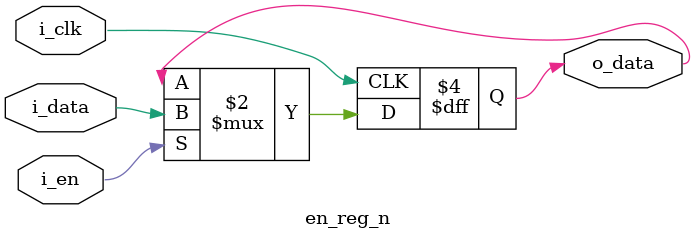
<source format=sv>
module en_reg_n #
(
  parameter WIDTH = 1
)
(
  input i_clk,
  input i_en,
  input [WIDTH-1:0] i_data,
  output logic [WIDTH-1:0] o_data
);

  always_ff @ (posedge i_clk) begin
    if(i_en)
      o_data <= i_data;
  end

endmodule

</source>
